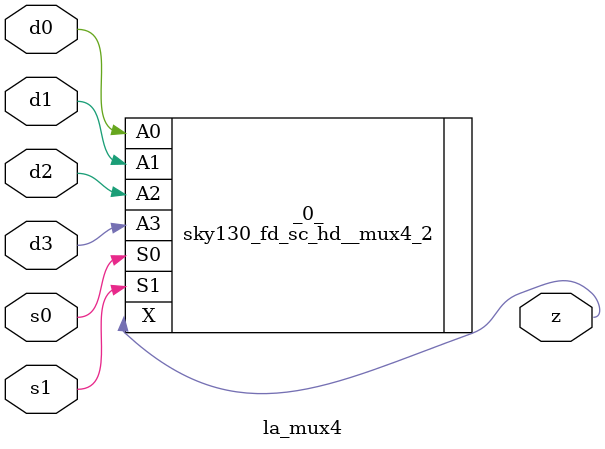
<source format=v>

/* Generated by Yosys 0.44 (git sha1 80ba43d26, g++ 11.4.0-1ubuntu1~22.04 -fPIC -O3) */

(* top =  1  *)
(* src = "generated" *)
(* keep_hierarchy *)
module la_mux4 (
    d0,
    d1,
    d2,
    d3,
    s0,
    s1,
    z
);
  (* src = "generated" *)
  input d0;
  wire d0;
  (* src = "generated" *)
  input d1;
  wire d1;
  (* src = "generated" *)
  input d2;
  wire d2;
  (* src = "generated" *)
  input d3;
  wire d3;
  (* src = "generated" *)
  input s0;
  wire s0;
  (* src = "generated" *)
  input s1;
  wire s1;
  (* src = "generated" *)
  output z;
  wire z;
  sky130_fd_sc_hd__mux4_2 _0_ (
      .A0(d0),
      .A1(d1),
      .A2(d2),
      .A3(d3),
      .S0(s0),
      .S1(s1),
      .X (z)
  );
endmodule

</source>
